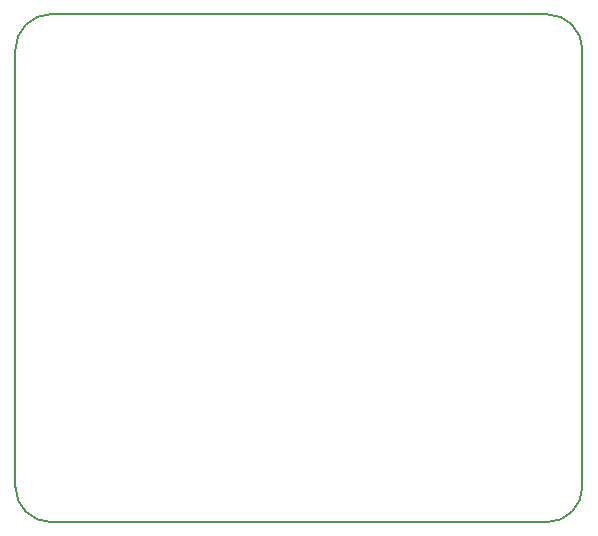
<source format=gm1>
G04 Layer_Color=16711935*
%FSLAX44Y44*%
%MOMM*%
G71*
G01*
G75*
%ADD23C,0.2000*%
D23*
X480000Y400000D02*
G03*
X450000Y430000I-30000J0D01*
G01*
X450000Y0D02*
G03*
X480000Y30000I0J30000D01*
G01*
X0D02*
G03*
X30000Y0I30000J0D01*
G01*
X30000Y430000D02*
G03*
X0Y400000I0J-30000D01*
G01*
X30000Y-0D02*
X450000Y0D01*
X30000Y430000D02*
X450000D01*
X480000Y30000D02*
X480000Y400000D01*
X-0D02*
X0Y30000D01*
M02*

</source>
